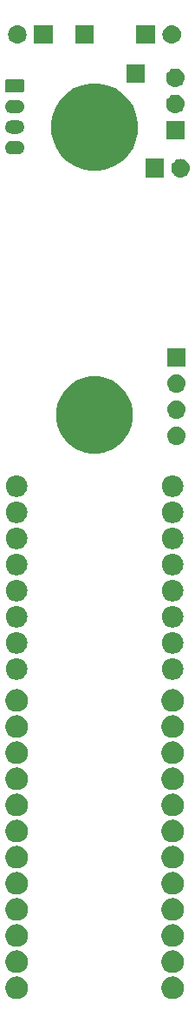
<source format=gbr>
G04 #@! TF.GenerationSoftware,KiCad,Pcbnew,5.1.2-f72e74a~84~ubuntu18.04.1*
G04 #@! TF.CreationDate,2019-08-30T12:47:12+08:00*
G04 #@! TF.ProjectId,handyfan,68616e64-7966-4616-9e2e-6b696361645f,rev?*
G04 #@! TF.SameCoordinates,Original*
G04 #@! TF.FileFunction,Soldermask,Bot*
G04 #@! TF.FilePolarity,Negative*
%FSLAX46Y46*%
G04 Gerber Fmt 4.6, Leading zero omitted, Abs format (unit mm)*
G04 Created by KiCad (PCBNEW 5.1.2-f72e74a~84~ubuntu18.04.1) date 2019-08-30 12:47:12*
%MOMM*%
%LPD*%
G04 APERTURE LIST*
%ADD10C,0.100000*%
G04 APERTURE END LIST*
D10*
G36*
X107834794Y-154620155D02*
G01*
X107941150Y-154641311D01*
X108141520Y-154724307D01*
X108321844Y-154844795D01*
X108475205Y-154998156D01*
X108595693Y-155178480D01*
X108678689Y-155378851D01*
X108721000Y-155591560D01*
X108721000Y-155808440D01*
X108678689Y-156021149D01*
X108595693Y-156221520D01*
X108475205Y-156401844D01*
X108321844Y-156555205D01*
X108141520Y-156675693D01*
X108041334Y-156717191D01*
X107941150Y-156758689D01*
X107834795Y-156779844D01*
X107728440Y-156801000D01*
X107511560Y-156801000D01*
X107405205Y-156779844D01*
X107298850Y-156758689D01*
X107198666Y-156717191D01*
X107098480Y-156675693D01*
X106918156Y-156555205D01*
X106764795Y-156401844D01*
X106644307Y-156221520D01*
X106561311Y-156021149D01*
X106519000Y-155808440D01*
X106519000Y-155591560D01*
X106561311Y-155378851D01*
X106644307Y-155178480D01*
X106764795Y-154998156D01*
X106918156Y-154844795D01*
X107098480Y-154724307D01*
X107298850Y-154641311D01*
X107405206Y-154620155D01*
X107511560Y-154599000D01*
X107728440Y-154599000D01*
X107834794Y-154620155D01*
X107834794Y-154620155D01*
G37*
G36*
X92594794Y-154620155D02*
G01*
X92701150Y-154641311D01*
X92901520Y-154724307D01*
X93081844Y-154844795D01*
X93235205Y-154998156D01*
X93355693Y-155178480D01*
X93438689Y-155378851D01*
X93481000Y-155591560D01*
X93481000Y-155808440D01*
X93438689Y-156021149D01*
X93355693Y-156221520D01*
X93235205Y-156401844D01*
X93081844Y-156555205D01*
X92901520Y-156675693D01*
X92801334Y-156717191D01*
X92701150Y-156758689D01*
X92594795Y-156779844D01*
X92488440Y-156801000D01*
X92271560Y-156801000D01*
X92165205Y-156779844D01*
X92058850Y-156758689D01*
X91958666Y-156717191D01*
X91858480Y-156675693D01*
X91678156Y-156555205D01*
X91524795Y-156401844D01*
X91404307Y-156221520D01*
X91321311Y-156021149D01*
X91279000Y-155808440D01*
X91279000Y-155591560D01*
X91321311Y-155378851D01*
X91404307Y-155178480D01*
X91524795Y-154998156D01*
X91678156Y-154844795D01*
X91858480Y-154724307D01*
X92058850Y-154641311D01*
X92165206Y-154620155D01*
X92271560Y-154599000D01*
X92488440Y-154599000D01*
X92594794Y-154620155D01*
X92594794Y-154620155D01*
G37*
G36*
X107834795Y-152080156D02*
G01*
X107941150Y-152101311D01*
X108041334Y-152142809D01*
X108141520Y-152184307D01*
X108321844Y-152304795D01*
X108475205Y-152458156D01*
X108595693Y-152638480D01*
X108678689Y-152838851D01*
X108721000Y-153051560D01*
X108721000Y-153268440D01*
X108678689Y-153481149D01*
X108595693Y-153681520D01*
X108475205Y-153861844D01*
X108321844Y-154015205D01*
X108141520Y-154135693D01*
X107941150Y-154218689D01*
X107834794Y-154239845D01*
X107728440Y-154261000D01*
X107511560Y-154261000D01*
X107405206Y-154239845D01*
X107298850Y-154218689D01*
X107098480Y-154135693D01*
X106918156Y-154015205D01*
X106764795Y-153861844D01*
X106644307Y-153681520D01*
X106561311Y-153481149D01*
X106519000Y-153268440D01*
X106519000Y-153051560D01*
X106561311Y-152838851D01*
X106644307Y-152638480D01*
X106764795Y-152458156D01*
X106918156Y-152304795D01*
X107098480Y-152184307D01*
X107198666Y-152142809D01*
X107298850Y-152101311D01*
X107405205Y-152080156D01*
X107511560Y-152059000D01*
X107728440Y-152059000D01*
X107834795Y-152080156D01*
X107834795Y-152080156D01*
G37*
G36*
X92594795Y-152080156D02*
G01*
X92701150Y-152101311D01*
X92801334Y-152142809D01*
X92901520Y-152184307D01*
X93081844Y-152304795D01*
X93235205Y-152458156D01*
X93355693Y-152638480D01*
X93438689Y-152838851D01*
X93481000Y-153051560D01*
X93481000Y-153268440D01*
X93438689Y-153481149D01*
X93355693Y-153681520D01*
X93235205Y-153861844D01*
X93081844Y-154015205D01*
X92901520Y-154135693D01*
X92701150Y-154218689D01*
X92594794Y-154239845D01*
X92488440Y-154261000D01*
X92271560Y-154261000D01*
X92165206Y-154239845D01*
X92058850Y-154218689D01*
X91858480Y-154135693D01*
X91678156Y-154015205D01*
X91524795Y-153861844D01*
X91404307Y-153681520D01*
X91321311Y-153481149D01*
X91279000Y-153268440D01*
X91279000Y-153051560D01*
X91321311Y-152838851D01*
X91404307Y-152638480D01*
X91524795Y-152458156D01*
X91678156Y-152304795D01*
X91858480Y-152184307D01*
X91958666Y-152142809D01*
X92058850Y-152101311D01*
X92165205Y-152080156D01*
X92271560Y-152059000D01*
X92488440Y-152059000D01*
X92594795Y-152080156D01*
X92594795Y-152080156D01*
G37*
G36*
X107834794Y-149540155D02*
G01*
X107941150Y-149561311D01*
X108141520Y-149644307D01*
X108321844Y-149764795D01*
X108475205Y-149918156D01*
X108595693Y-150098480D01*
X108678689Y-150298851D01*
X108721000Y-150511560D01*
X108721000Y-150728440D01*
X108678689Y-150941149D01*
X108595693Y-151141520D01*
X108475205Y-151321844D01*
X108321844Y-151475205D01*
X108141520Y-151595693D01*
X108041334Y-151637191D01*
X107941150Y-151678689D01*
X107834795Y-151699844D01*
X107728440Y-151721000D01*
X107511560Y-151721000D01*
X107405205Y-151699844D01*
X107298850Y-151678689D01*
X107198666Y-151637191D01*
X107098480Y-151595693D01*
X106918156Y-151475205D01*
X106764795Y-151321844D01*
X106644307Y-151141520D01*
X106561311Y-150941149D01*
X106519000Y-150728440D01*
X106519000Y-150511560D01*
X106561311Y-150298851D01*
X106644307Y-150098480D01*
X106764795Y-149918156D01*
X106918156Y-149764795D01*
X107098480Y-149644307D01*
X107298850Y-149561311D01*
X107405206Y-149540155D01*
X107511560Y-149519000D01*
X107728440Y-149519000D01*
X107834794Y-149540155D01*
X107834794Y-149540155D01*
G37*
G36*
X92594794Y-149540155D02*
G01*
X92701150Y-149561311D01*
X92901520Y-149644307D01*
X93081844Y-149764795D01*
X93235205Y-149918156D01*
X93355693Y-150098480D01*
X93438689Y-150298851D01*
X93481000Y-150511560D01*
X93481000Y-150728440D01*
X93438689Y-150941149D01*
X93355693Y-151141520D01*
X93235205Y-151321844D01*
X93081844Y-151475205D01*
X92901520Y-151595693D01*
X92801334Y-151637191D01*
X92701150Y-151678689D01*
X92594795Y-151699844D01*
X92488440Y-151721000D01*
X92271560Y-151721000D01*
X92165205Y-151699844D01*
X92058850Y-151678689D01*
X91958666Y-151637191D01*
X91858480Y-151595693D01*
X91678156Y-151475205D01*
X91524795Y-151321844D01*
X91404307Y-151141520D01*
X91321311Y-150941149D01*
X91279000Y-150728440D01*
X91279000Y-150511560D01*
X91321311Y-150298851D01*
X91404307Y-150098480D01*
X91524795Y-149918156D01*
X91678156Y-149764795D01*
X91858480Y-149644307D01*
X92058850Y-149561311D01*
X92165206Y-149540155D01*
X92271560Y-149519000D01*
X92488440Y-149519000D01*
X92594794Y-149540155D01*
X92594794Y-149540155D01*
G37*
G36*
X107834794Y-147000155D02*
G01*
X107941150Y-147021311D01*
X108041334Y-147062809D01*
X108141520Y-147104307D01*
X108321844Y-147224795D01*
X108475205Y-147378156D01*
X108595693Y-147558480D01*
X108678689Y-147758851D01*
X108721000Y-147971560D01*
X108721000Y-148188440D01*
X108678689Y-148401149D01*
X108595693Y-148601520D01*
X108475205Y-148781844D01*
X108321844Y-148935205D01*
X108141520Y-149055693D01*
X107941150Y-149138689D01*
X107834795Y-149159844D01*
X107728440Y-149181000D01*
X107511560Y-149181000D01*
X107405205Y-149159844D01*
X107298850Y-149138689D01*
X107098480Y-149055693D01*
X106918156Y-148935205D01*
X106764795Y-148781844D01*
X106644307Y-148601520D01*
X106561311Y-148401149D01*
X106519000Y-148188440D01*
X106519000Y-147971560D01*
X106561311Y-147758851D01*
X106644307Y-147558480D01*
X106764795Y-147378156D01*
X106918156Y-147224795D01*
X107098480Y-147104307D01*
X107198666Y-147062809D01*
X107298850Y-147021311D01*
X107405206Y-147000155D01*
X107511560Y-146979000D01*
X107728440Y-146979000D01*
X107834794Y-147000155D01*
X107834794Y-147000155D01*
G37*
G36*
X92594794Y-147000155D02*
G01*
X92701150Y-147021311D01*
X92801334Y-147062809D01*
X92901520Y-147104307D01*
X93081844Y-147224795D01*
X93235205Y-147378156D01*
X93355693Y-147558480D01*
X93438689Y-147758851D01*
X93481000Y-147971560D01*
X93481000Y-148188440D01*
X93438689Y-148401149D01*
X93355693Y-148601520D01*
X93235205Y-148781844D01*
X93081844Y-148935205D01*
X92901520Y-149055693D01*
X92701150Y-149138689D01*
X92594795Y-149159844D01*
X92488440Y-149181000D01*
X92271560Y-149181000D01*
X92165205Y-149159844D01*
X92058850Y-149138689D01*
X91858480Y-149055693D01*
X91678156Y-148935205D01*
X91524795Y-148781844D01*
X91404307Y-148601520D01*
X91321311Y-148401149D01*
X91279000Y-148188440D01*
X91279000Y-147971560D01*
X91321311Y-147758851D01*
X91404307Y-147558480D01*
X91524795Y-147378156D01*
X91678156Y-147224795D01*
X91858480Y-147104307D01*
X91958666Y-147062809D01*
X92058850Y-147021311D01*
X92165206Y-147000155D01*
X92271560Y-146979000D01*
X92488440Y-146979000D01*
X92594794Y-147000155D01*
X92594794Y-147000155D01*
G37*
G36*
X92594795Y-144460156D02*
G01*
X92701150Y-144481311D01*
X92901520Y-144564307D01*
X93081844Y-144684795D01*
X93235205Y-144838156D01*
X93355693Y-145018480D01*
X93438689Y-145218851D01*
X93481000Y-145431560D01*
X93481000Y-145648440D01*
X93438689Y-145861149D01*
X93355693Y-146061520D01*
X93235205Y-146241844D01*
X93081844Y-146395205D01*
X92901520Y-146515693D01*
X92801334Y-146557191D01*
X92701150Y-146598689D01*
X92594794Y-146619845D01*
X92488440Y-146641000D01*
X92271560Y-146641000D01*
X92165206Y-146619845D01*
X92058850Y-146598689D01*
X91958666Y-146557191D01*
X91858480Y-146515693D01*
X91678156Y-146395205D01*
X91524795Y-146241844D01*
X91404307Y-146061520D01*
X91321311Y-145861149D01*
X91279000Y-145648440D01*
X91279000Y-145431560D01*
X91321311Y-145218851D01*
X91404307Y-145018480D01*
X91524795Y-144838156D01*
X91678156Y-144684795D01*
X91858480Y-144564307D01*
X92058850Y-144481311D01*
X92165205Y-144460156D01*
X92271560Y-144439000D01*
X92488440Y-144439000D01*
X92594795Y-144460156D01*
X92594795Y-144460156D01*
G37*
G36*
X107834795Y-144460156D02*
G01*
X107941150Y-144481311D01*
X108141520Y-144564307D01*
X108321844Y-144684795D01*
X108475205Y-144838156D01*
X108595693Y-145018480D01*
X108678689Y-145218851D01*
X108721000Y-145431560D01*
X108721000Y-145648440D01*
X108678689Y-145861149D01*
X108595693Y-146061520D01*
X108475205Y-146241844D01*
X108321844Y-146395205D01*
X108141520Y-146515693D01*
X108041334Y-146557191D01*
X107941150Y-146598689D01*
X107834794Y-146619845D01*
X107728440Y-146641000D01*
X107511560Y-146641000D01*
X107405206Y-146619845D01*
X107298850Y-146598689D01*
X107198666Y-146557191D01*
X107098480Y-146515693D01*
X106918156Y-146395205D01*
X106764795Y-146241844D01*
X106644307Y-146061520D01*
X106561311Y-145861149D01*
X106519000Y-145648440D01*
X106519000Y-145431560D01*
X106561311Y-145218851D01*
X106644307Y-145018480D01*
X106764795Y-144838156D01*
X106918156Y-144684795D01*
X107098480Y-144564307D01*
X107298850Y-144481311D01*
X107405205Y-144460156D01*
X107511560Y-144439000D01*
X107728440Y-144439000D01*
X107834795Y-144460156D01*
X107834795Y-144460156D01*
G37*
G36*
X92594795Y-141920156D02*
G01*
X92701150Y-141941311D01*
X92901520Y-142024307D01*
X93081844Y-142144795D01*
X93235205Y-142298156D01*
X93355693Y-142478480D01*
X93438689Y-142678851D01*
X93481000Y-142891560D01*
X93481000Y-143108440D01*
X93438689Y-143321149D01*
X93355693Y-143521520D01*
X93235205Y-143701844D01*
X93081844Y-143855205D01*
X92901520Y-143975693D01*
X92701150Y-144058689D01*
X92594794Y-144079845D01*
X92488440Y-144101000D01*
X92271560Y-144101000D01*
X92165206Y-144079845D01*
X92058850Y-144058689D01*
X91858480Y-143975693D01*
X91678156Y-143855205D01*
X91524795Y-143701844D01*
X91404307Y-143521520D01*
X91321311Y-143321149D01*
X91279000Y-143108440D01*
X91279000Y-142891560D01*
X91321311Y-142678851D01*
X91404307Y-142478480D01*
X91524795Y-142298156D01*
X91678156Y-142144795D01*
X91858480Y-142024307D01*
X92058850Y-141941311D01*
X92165205Y-141920156D01*
X92271560Y-141899000D01*
X92488440Y-141899000D01*
X92594795Y-141920156D01*
X92594795Y-141920156D01*
G37*
G36*
X107834795Y-141920156D02*
G01*
X107941150Y-141941311D01*
X108141520Y-142024307D01*
X108321844Y-142144795D01*
X108475205Y-142298156D01*
X108595693Y-142478480D01*
X108678689Y-142678851D01*
X108721000Y-142891560D01*
X108721000Y-143108440D01*
X108678689Y-143321149D01*
X108595693Y-143521520D01*
X108475205Y-143701844D01*
X108321844Y-143855205D01*
X108141520Y-143975693D01*
X107941150Y-144058689D01*
X107834794Y-144079845D01*
X107728440Y-144101000D01*
X107511560Y-144101000D01*
X107405206Y-144079845D01*
X107298850Y-144058689D01*
X107098480Y-143975693D01*
X106918156Y-143855205D01*
X106764795Y-143701844D01*
X106644307Y-143521520D01*
X106561311Y-143321149D01*
X106519000Y-143108440D01*
X106519000Y-142891560D01*
X106561311Y-142678851D01*
X106644307Y-142478480D01*
X106764795Y-142298156D01*
X106918156Y-142144795D01*
X107098480Y-142024307D01*
X107298850Y-141941311D01*
X107405205Y-141920156D01*
X107511560Y-141899000D01*
X107728440Y-141899000D01*
X107834795Y-141920156D01*
X107834795Y-141920156D01*
G37*
G36*
X107834794Y-139380155D02*
G01*
X107941150Y-139401311D01*
X108141520Y-139484307D01*
X108321844Y-139604795D01*
X108475205Y-139758156D01*
X108595693Y-139938480D01*
X108678689Y-140138851D01*
X108721000Y-140351560D01*
X108721000Y-140568440D01*
X108678689Y-140781149D01*
X108595693Y-140981520D01*
X108475205Y-141161844D01*
X108321844Y-141315205D01*
X108141520Y-141435693D01*
X108041334Y-141477191D01*
X107941150Y-141518689D01*
X107834795Y-141539844D01*
X107728440Y-141561000D01*
X107511560Y-141561000D01*
X107405205Y-141539844D01*
X107298850Y-141518689D01*
X107198666Y-141477191D01*
X107098480Y-141435693D01*
X106918156Y-141315205D01*
X106764795Y-141161844D01*
X106644307Y-140981520D01*
X106561311Y-140781149D01*
X106519000Y-140568440D01*
X106519000Y-140351560D01*
X106561311Y-140138851D01*
X106644307Y-139938480D01*
X106764795Y-139758156D01*
X106918156Y-139604795D01*
X107098480Y-139484307D01*
X107298850Y-139401311D01*
X107405206Y-139380155D01*
X107511560Y-139359000D01*
X107728440Y-139359000D01*
X107834794Y-139380155D01*
X107834794Y-139380155D01*
G37*
G36*
X92594794Y-139380155D02*
G01*
X92701150Y-139401311D01*
X92901520Y-139484307D01*
X93081844Y-139604795D01*
X93235205Y-139758156D01*
X93355693Y-139938480D01*
X93438689Y-140138851D01*
X93481000Y-140351560D01*
X93481000Y-140568440D01*
X93438689Y-140781149D01*
X93355693Y-140981520D01*
X93235205Y-141161844D01*
X93081844Y-141315205D01*
X92901520Y-141435693D01*
X92801334Y-141477191D01*
X92701150Y-141518689D01*
X92594795Y-141539844D01*
X92488440Y-141561000D01*
X92271560Y-141561000D01*
X92165205Y-141539844D01*
X92058850Y-141518689D01*
X91958666Y-141477191D01*
X91858480Y-141435693D01*
X91678156Y-141315205D01*
X91524795Y-141161844D01*
X91404307Y-140981520D01*
X91321311Y-140781149D01*
X91279000Y-140568440D01*
X91279000Y-140351560D01*
X91321311Y-140138851D01*
X91404307Y-139938480D01*
X91524795Y-139758156D01*
X91678156Y-139604795D01*
X91858480Y-139484307D01*
X92058850Y-139401311D01*
X92165206Y-139380155D01*
X92271560Y-139359000D01*
X92488440Y-139359000D01*
X92594794Y-139380155D01*
X92594794Y-139380155D01*
G37*
G36*
X107834794Y-136840155D02*
G01*
X107941150Y-136861311D01*
X108041334Y-136902809D01*
X108141520Y-136944307D01*
X108321844Y-137064795D01*
X108475205Y-137218156D01*
X108595693Y-137398480D01*
X108678689Y-137598851D01*
X108721000Y-137811560D01*
X108721000Y-138028440D01*
X108678689Y-138241149D01*
X108595693Y-138441520D01*
X108475205Y-138621844D01*
X108321844Y-138775205D01*
X108141520Y-138895693D01*
X107941150Y-138978689D01*
X107834795Y-138999844D01*
X107728440Y-139021000D01*
X107511560Y-139021000D01*
X107405205Y-138999844D01*
X107298850Y-138978689D01*
X107098480Y-138895693D01*
X106918156Y-138775205D01*
X106764795Y-138621844D01*
X106644307Y-138441520D01*
X106561311Y-138241149D01*
X106519000Y-138028440D01*
X106519000Y-137811560D01*
X106561311Y-137598851D01*
X106644307Y-137398480D01*
X106764795Y-137218156D01*
X106918156Y-137064795D01*
X107098480Y-136944307D01*
X107198666Y-136902809D01*
X107298850Y-136861311D01*
X107405206Y-136840155D01*
X107511560Y-136819000D01*
X107728440Y-136819000D01*
X107834794Y-136840155D01*
X107834794Y-136840155D01*
G37*
G36*
X92594794Y-136840155D02*
G01*
X92701150Y-136861311D01*
X92801334Y-136902809D01*
X92901520Y-136944307D01*
X93081844Y-137064795D01*
X93235205Y-137218156D01*
X93355693Y-137398480D01*
X93438689Y-137598851D01*
X93481000Y-137811560D01*
X93481000Y-138028440D01*
X93438689Y-138241149D01*
X93355693Y-138441520D01*
X93235205Y-138621844D01*
X93081844Y-138775205D01*
X92901520Y-138895693D01*
X92701150Y-138978689D01*
X92594795Y-138999844D01*
X92488440Y-139021000D01*
X92271560Y-139021000D01*
X92165205Y-138999844D01*
X92058850Y-138978689D01*
X91858480Y-138895693D01*
X91678156Y-138775205D01*
X91524795Y-138621844D01*
X91404307Y-138441520D01*
X91321311Y-138241149D01*
X91279000Y-138028440D01*
X91279000Y-137811560D01*
X91321311Y-137598851D01*
X91404307Y-137398480D01*
X91524795Y-137218156D01*
X91678156Y-137064795D01*
X91858480Y-136944307D01*
X91958666Y-136902809D01*
X92058850Y-136861311D01*
X92165206Y-136840155D01*
X92271560Y-136819000D01*
X92488440Y-136819000D01*
X92594794Y-136840155D01*
X92594794Y-136840155D01*
G37*
G36*
X107834795Y-134300156D02*
G01*
X107941150Y-134321311D01*
X108141520Y-134404307D01*
X108321844Y-134524795D01*
X108475205Y-134678156D01*
X108595693Y-134858480D01*
X108678689Y-135058851D01*
X108721000Y-135271560D01*
X108721000Y-135488440D01*
X108678689Y-135701149D01*
X108595693Y-135901520D01*
X108475205Y-136081844D01*
X108321844Y-136235205D01*
X108141520Y-136355693D01*
X107941150Y-136438689D01*
X107834794Y-136459845D01*
X107728440Y-136481000D01*
X107511560Y-136481000D01*
X107405206Y-136459845D01*
X107298850Y-136438689D01*
X107098480Y-136355693D01*
X106918156Y-136235205D01*
X106764795Y-136081844D01*
X106644307Y-135901520D01*
X106561311Y-135701149D01*
X106519000Y-135488440D01*
X106519000Y-135271560D01*
X106561311Y-135058851D01*
X106644307Y-134858480D01*
X106764795Y-134678156D01*
X106918156Y-134524795D01*
X107098480Y-134404307D01*
X107298850Y-134321311D01*
X107405205Y-134300156D01*
X107511560Y-134279000D01*
X107728440Y-134279000D01*
X107834795Y-134300156D01*
X107834795Y-134300156D01*
G37*
G36*
X92594795Y-134300156D02*
G01*
X92701150Y-134321311D01*
X92901520Y-134404307D01*
X93081844Y-134524795D01*
X93235205Y-134678156D01*
X93355693Y-134858480D01*
X93438689Y-135058851D01*
X93481000Y-135271560D01*
X93481000Y-135488440D01*
X93438689Y-135701149D01*
X93355693Y-135901520D01*
X93235205Y-136081844D01*
X93081844Y-136235205D01*
X92901520Y-136355693D01*
X92701150Y-136438689D01*
X92594794Y-136459845D01*
X92488440Y-136481000D01*
X92271560Y-136481000D01*
X92165206Y-136459845D01*
X92058850Y-136438689D01*
X91858480Y-136355693D01*
X91678156Y-136235205D01*
X91524795Y-136081844D01*
X91404307Y-135901520D01*
X91321311Y-135701149D01*
X91279000Y-135488440D01*
X91279000Y-135271560D01*
X91321311Y-135058851D01*
X91404307Y-134858480D01*
X91524795Y-134678156D01*
X91678156Y-134524795D01*
X91858480Y-134404307D01*
X92058850Y-134321311D01*
X92165205Y-134300156D01*
X92271560Y-134279000D01*
X92488440Y-134279000D01*
X92594795Y-134300156D01*
X92594795Y-134300156D01*
G37*
G36*
X107834794Y-131760155D02*
G01*
X107941150Y-131781311D01*
X108141520Y-131864307D01*
X108321844Y-131984795D01*
X108475205Y-132138156D01*
X108595693Y-132318480D01*
X108678689Y-132518851D01*
X108721000Y-132731560D01*
X108721000Y-132948440D01*
X108678689Y-133161149D01*
X108595693Y-133361520D01*
X108475205Y-133541844D01*
X108321844Y-133695205D01*
X108141520Y-133815693D01*
X108041334Y-133857191D01*
X107941150Y-133898689D01*
X107834794Y-133919845D01*
X107728440Y-133941000D01*
X107511560Y-133941000D01*
X107405206Y-133919845D01*
X107298850Y-133898689D01*
X107198666Y-133857191D01*
X107098480Y-133815693D01*
X106918156Y-133695205D01*
X106764795Y-133541844D01*
X106644307Y-133361520D01*
X106561311Y-133161149D01*
X106519000Y-132948440D01*
X106519000Y-132731560D01*
X106561311Y-132518851D01*
X106644307Y-132318480D01*
X106764795Y-132138156D01*
X106918156Y-131984795D01*
X107098480Y-131864307D01*
X107298850Y-131781311D01*
X107405206Y-131760155D01*
X107511560Y-131739000D01*
X107728440Y-131739000D01*
X107834794Y-131760155D01*
X107834794Y-131760155D01*
G37*
G36*
X92594794Y-131760155D02*
G01*
X92701150Y-131781311D01*
X92901520Y-131864307D01*
X93081844Y-131984795D01*
X93235205Y-132138156D01*
X93355693Y-132318480D01*
X93438689Y-132518851D01*
X93481000Y-132731560D01*
X93481000Y-132948440D01*
X93438689Y-133161149D01*
X93355693Y-133361520D01*
X93235205Y-133541844D01*
X93081844Y-133695205D01*
X92901520Y-133815693D01*
X92801334Y-133857191D01*
X92701150Y-133898689D01*
X92594794Y-133919845D01*
X92488440Y-133941000D01*
X92271560Y-133941000D01*
X92165206Y-133919845D01*
X92058850Y-133898689D01*
X91958666Y-133857191D01*
X91858480Y-133815693D01*
X91678156Y-133695205D01*
X91524795Y-133541844D01*
X91404307Y-133361520D01*
X91321311Y-133161149D01*
X91279000Y-132948440D01*
X91279000Y-132731560D01*
X91321311Y-132518851D01*
X91404307Y-132318480D01*
X91524795Y-132138156D01*
X91678156Y-131984795D01*
X91858480Y-131864307D01*
X92058850Y-131781311D01*
X92165206Y-131760155D01*
X92271560Y-131739000D01*
X92488440Y-131739000D01*
X92594794Y-131760155D01*
X92594794Y-131760155D01*
G37*
G36*
X107834794Y-129220155D02*
G01*
X107941150Y-129241311D01*
X108041334Y-129282809D01*
X108141520Y-129324307D01*
X108321844Y-129444795D01*
X108475205Y-129598156D01*
X108595693Y-129778480D01*
X108678689Y-129978851D01*
X108721000Y-130191560D01*
X108721000Y-130408440D01*
X108678689Y-130621149D01*
X108595693Y-130821520D01*
X108475205Y-131001844D01*
X108321844Y-131155205D01*
X108141520Y-131275693D01*
X107941150Y-131358689D01*
X107834795Y-131379844D01*
X107728440Y-131401000D01*
X107511560Y-131401000D01*
X107405205Y-131379844D01*
X107298850Y-131358689D01*
X107098480Y-131275693D01*
X106918156Y-131155205D01*
X106764795Y-131001844D01*
X106644307Y-130821520D01*
X106561311Y-130621149D01*
X106519000Y-130408440D01*
X106519000Y-130191560D01*
X106561311Y-129978851D01*
X106644307Y-129778480D01*
X106764795Y-129598156D01*
X106918156Y-129444795D01*
X107098480Y-129324307D01*
X107198666Y-129282809D01*
X107298850Y-129241311D01*
X107405206Y-129220155D01*
X107511560Y-129199000D01*
X107728440Y-129199000D01*
X107834794Y-129220155D01*
X107834794Y-129220155D01*
G37*
G36*
X92594794Y-129220155D02*
G01*
X92701150Y-129241311D01*
X92801334Y-129282809D01*
X92901520Y-129324307D01*
X93081844Y-129444795D01*
X93235205Y-129598156D01*
X93355693Y-129778480D01*
X93438689Y-129978851D01*
X93481000Y-130191560D01*
X93481000Y-130408440D01*
X93438689Y-130621149D01*
X93355693Y-130821520D01*
X93235205Y-131001844D01*
X93081844Y-131155205D01*
X92901520Y-131275693D01*
X92701150Y-131358689D01*
X92594795Y-131379844D01*
X92488440Y-131401000D01*
X92271560Y-131401000D01*
X92165205Y-131379844D01*
X92058850Y-131358689D01*
X91858480Y-131275693D01*
X91678156Y-131155205D01*
X91524795Y-131001844D01*
X91404307Y-130821520D01*
X91321311Y-130621149D01*
X91279000Y-130408440D01*
X91279000Y-130191560D01*
X91321311Y-129978851D01*
X91404307Y-129778480D01*
X91524795Y-129598156D01*
X91678156Y-129444795D01*
X91858480Y-129324307D01*
X91958666Y-129282809D01*
X92058850Y-129241311D01*
X92165206Y-129220155D01*
X92271560Y-129199000D01*
X92488440Y-129199000D01*
X92594794Y-129220155D01*
X92594794Y-129220155D01*
G37*
G36*
X107834795Y-126680156D02*
G01*
X107941150Y-126701311D01*
X108141520Y-126784307D01*
X108321844Y-126904795D01*
X108475205Y-127058156D01*
X108595693Y-127238480D01*
X108678689Y-127438851D01*
X108721000Y-127651560D01*
X108721000Y-127868440D01*
X108678689Y-128081149D01*
X108595693Y-128281520D01*
X108475205Y-128461844D01*
X108321844Y-128615205D01*
X108141520Y-128735693D01*
X107941150Y-128818689D01*
X107834794Y-128839845D01*
X107728440Y-128861000D01*
X107511560Y-128861000D01*
X107405206Y-128839845D01*
X107298850Y-128818689D01*
X107098480Y-128735693D01*
X106918156Y-128615205D01*
X106764795Y-128461844D01*
X106644307Y-128281520D01*
X106561311Y-128081149D01*
X106519000Y-127868440D01*
X106519000Y-127651560D01*
X106561311Y-127438851D01*
X106644307Y-127238480D01*
X106764795Y-127058156D01*
X106918156Y-126904795D01*
X107098480Y-126784307D01*
X107298850Y-126701311D01*
X107405205Y-126680156D01*
X107511560Y-126659000D01*
X107728440Y-126659000D01*
X107834795Y-126680156D01*
X107834795Y-126680156D01*
G37*
G36*
X92594795Y-126680156D02*
G01*
X92701150Y-126701311D01*
X92901520Y-126784307D01*
X93081844Y-126904795D01*
X93235205Y-127058156D01*
X93355693Y-127238480D01*
X93438689Y-127438851D01*
X93481000Y-127651560D01*
X93481000Y-127868440D01*
X93438689Y-128081149D01*
X93355693Y-128281520D01*
X93235205Y-128461844D01*
X93081844Y-128615205D01*
X92901520Y-128735693D01*
X92701150Y-128818689D01*
X92594794Y-128839845D01*
X92488440Y-128861000D01*
X92271560Y-128861000D01*
X92165206Y-128839845D01*
X92058850Y-128818689D01*
X91858480Y-128735693D01*
X91678156Y-128615205D01*
X91524795Y-128461844D01*
X91404307Y-128281520D01*
X91321311Y-128081149D01*
X91279000Y-127868440D01*
X91279000Y-127651560D01*
X91321311Y-127438851D01*
X91404307Y-127238480D01*
X91524795Y-127058156D01*
X91678156Y-126904795D01*
X91858480Y-126784307D01*
X92058850Y-126701311D01*
X92165205Y-126680156D01*
X92271560Y-126659000D01*
X92488440Y-126659000D01*
X92594795Y-126680156D01*
X92594795Y-126680156D01*
G37*
G36*
X92483097Y-123654069D02*
G01*
X92586032Y-123664207D01*
X92784146Y-123724305D01*
X92784149Y-123724306D01*
X92880975Y-123776061D01*
X92966729Y-123821897D01*
X93126765Y-123953235D01*
X93258103Y-124113271D01*
X93303939Y-124199025D01*
X93355694Y-124295851D01*
X93355695Y-124295854D01*
X93415793Y-124493968D01*
X93436085Y-124700000D01*
X93415793Y-124906032D01*
X93355695Y-125104146D01*
X93355694Y-125104149D01*
X93303939Y-125200975D01*
X93258103Y-125286729D01*
X93126765Y-125446765D01*
X92966729Y-125578103D01*
X92880975Y-125623939D01*
X92784149Y-125675694D01*
X92784146Y-125675695D01*
X92586032Y-125735793D01*
X92483097Y-125745931D01*
X92431631Y-125751000D01*
X92328369Y-125751000D01*
X92276903Y-125745931D01*
X92173968Y-125735793D01*
X91975854Y-125675695D01*
X91975851Y-125675694D01*
X91879025Y-125623939D01*
X91793271Y-125578103D01*
X91633235Y-125446765D01*
X91501897Y-125286729D01*
X91456061Y-125200975D01*
X91404306Y-125104149D01*
X91404305Y-125104146D01*
X91344207Y-124906032D01*
X91323915Y-124700000D01*
X91344207Y-124493968D01*
X91404305Y-124295854D01*
X91404306Y-124295851D01*
X91456061Y-124199025D01*
X91501897Y-124113271D01*
X91633235Y-123953235D01*
X91793271Y-123821897D01*
X91879025Y-123776061D01*
X91975851Y-123724306D01*
X91975854Y-123724305D01*
X92173968Y-123664207D01*
X92276903Y-123654069D01*
X92328369Y-123649000D01*
X92431631Y-123649000D01*
X92483097Y-123654069D01*
X92483097Y-123654069D01*
G37*
G36*
X107723097Y-123654069D02*
G01*
X107826032Y-123664207D01*
X108024146Y-123724305D01*
X108024149Y-123724306D01*
X108120975Y-123776061D01*
X108206729Y-123821897D01*
X108366765Y-123953235D01*
X108498103Y-124113271D01*
X108543939Y-124199025D01*
X108595694Y-124295851D01*
X108595695Y-124295854D01*
X108655793Y-124493968D01*
X108676085Y-124700000D01*
X108655793Y-124906032D01*
X108595695Y-125104146D01*
X108595694Y-125104149D01*
X108543939Y-125200975D01*
X108498103Y-125286729D01*
X108366765Y-125446765D01*
X108206729Y-125578103D01*
X108120975Y-125623939D01*
X108024149Y-125675694D01*
X108024146Y-125675695D01*
X107826032Y-125735793D01*
X107723097Y-125745931D01*
X107671631Y-125751000D01*
X107568369Y-125751000D01*
X107516903Y-125745931D01*
X107413968Y-125735793D01*
X107215854Y-125675695D01*
X107215851Y-125675694D01*
X107119025Y-125623939D01*
X107033271Y-125578103D01*
X106873235Y-125446765D01*
X106741897Y-125286729D01*
X106696061Y-125200975D01*
X106644306Y-125104149D01*
X106644305Y-125104146D01*
X106584207Y-124906032D01*
X106563915Y-124700000D01*
X106584207Y-124493968D01*
X106644305Y-124295854D01*
X106644306Y-124295851D01*
X106696061Y-124199025D01*
X106741897Y-124113271D01*
X106873235Y-123953235D01*
X107033271Y-123821897D01*
X107119025Y-123776061D01*
X107215851Y-123724306D01*
X107215854Y-123724305D01*
X107413968Y-123664207D01*
X107516903Y-123654069D01*
X107568369Y-123649000D01*
X107671631Y-123649000D01*
X107723097Y-123654069D01*
X107723097Y-123654069D01*
G37*
G36*
X107723097Y-121114069D02*
G01*
X107826032Y-121124207D01*
X108024146Y-121184305D01*
X108024149Y-121184306D01*
X108120975Y-121236061D01*
X108206729Y-121281897D01*
X108366765Y-121413235D01*
X108498103Y-121573271D01*
X108543939Y-121659025D01*
X108595694Y-121755851D01*
X108595695Y-121755854D01*
X108655793Y-121953968D01*
X108676085Y-122160000D01*
X108655793Y-122366032D01*
X108595695Y-122564146D01*
X108595694Y-122564149D01*
X108543939Y-122660975D01*
X108498103Y-122746729D01*
X108366765Y-122906765D01*
X108206729Y-123038103D01*
X108120975Y-123083939D01*
X108024149Y-123135694D01*
X108024146Y-123135695D01*
X107826032Y-123195793D01*
X107723097Y-123205931D01*
X107671631Y-123211000D01*
X107568369Y-123211000D01*
X107516903Y-123205931D01*
X107413968Y-123195793D01*
X107215854Y-123135695D01*
X107215851Y-123135694D01*
X107119025Y-123083939D01*
X107033271Y-123038103D01*
X106873235Y-122906765D01*
X106741897Y-122746729D01*
X106696061Y-122660975D01*
X106644306Y-122564149D01*
X106644305Y-122564146D01*
X106584207Y-122366032D01*
X106563915Y-122160000D01*
X106584207Y-121953968D01*
X106644305Y-121755854D01*
X106644306Y-121755851D01*
X106696061Y-121659025D01*
X106741897Y-121573271D01*
X106873235Y-121413235D01*
X107033271Y-121281897D01*
X107119025Y-121236061D01*
X107215851Y-121184306D01*
X107215854Y-121184305D01*
X107413968Y-121124207D01*
X107516903Y-121114069D01*
X107568369Y-121109000D01*
X107671631Y-121109000D01*
X107723097Y-121114069D01*
X107723097Y-121114069D01*
G37*
G36*
X92483097Y-121114069D02*
G01*
X92586032Y-121124207D01*
X92784146Y-121184305D01*
X92784149Y-121184306D01*
X92880975Y-121236061D01*
X92966729Y-121281897D01*
X93126765Y-121413235D01*
X93258103Y-121573271D01*
X93303939Y-121659025D01*
X93355694Y-121755851D01*
X93355695Y-121755854D01*
X93415793Y-121953968D01*
X93436085Y-122160000D01*
X93415793Y-122366032D01*
X93355695Y-122564146D01*
X93355694Y-122564149D01*
X93303939Y-122660975D01*
X93258103Y-122746729D01*
X93126765Y-122906765D01*
X92966729Y-123038103D01*
X92880975Y-123083939D01*
X92784149Y-123135694D01*
X92784146Y-123135695D01*
X92586032Y-123195793D01*
X92483097Y-123205931D01*
X92431631Y-123211000D01*
X92328369Y-123211000D01*
X92276903Y-123205931D01*
X92173968Y-123195793D01*
X91975854Y-123135695D01*
X91975851Y-123135694D01*
X91879025Y-123083939D01*
X91793271Y-123038103D01*
X91633235Y-122906765D01*
X91501897Y-122746729D01*
X91456061Y-122660975D01*
X91404306Y-122564149D01*
X91404305Y-122564146D01*
X91344207Y-122366032D01*
X91323915Y-122160000D01*
X91344207Y-121953968D01*
X91404305Y-121755854D01*
X91404306Y-121755851D01*
X91456061Y-121659025D01*
X91501897Y-121573271D01*
X91633235Y-121413235D01*
X91793271Y-121281897D01*
X91879025Y-121236061D01*
X91975851Y-121184306D01*
X91975854Y-121184305D01*
X92173968Y-121124207D01*
X92276903Y-121114069D01*
X92328369Y-121109000D01*
X92431631Y-121109000D01*
X92483097Y-121114069D01*
X92483097Y-121114069D01*
G37*
G36*
X92483097Y-118574069D02*
G01*
X92586032Y-118584207D01*
X92784146Y-118644305D01*
X92784149Y-118644306D01*
X92880975Y-118696061D01*
X92966729Y-118741897D01*
X93126765Y-118873235D01*
X93258103Y-119033271D01*
X93303939Y-119119025D01*
X93355694Y-119215851D01*
X93355695Y-119215854D01*
X93415793Y-119413968D01*
X93436085Y-119620000D01*
X93415793Y-119826032D01*
X93355695Y-120024146D01*
X93355694Y-120024149D01*
X93303939Y-120120975D01*
X93258103Y-120206729D01*
X93126765Y-120366765D01*
X92966729Y-120498103D01*
X92880975Y-120543939D01*
X92784149Y-120595694D01*
X92784146Y-120595695D01*
X92586032Y-120655793D01*
X92483097Y-120665931D01*
X92431631Y-120671000D01*
X92328369Y-120671000D01*
X92276903Y-120665931D01*
X92173968Y-120655793D01*
X91975854Y-120595695D01*
X91975851Y-120595694D01*
X91879025Y-120543939D01*
X91793271Y-120498103D01*
X91633235Y-120366765D01*
X91501897Y-120206729D01*
X91456061Y-120120975D01*
X91404306Y-120024149D01*
X91404305Y-120024146D01*
X91344207Y-119826032D01*
X91323915Y-119620000D01*
X91344207Y-119413968D01*
X91404305Y-119215854D01*
X91404306Y-119215851D01*
X91456061Y-119119025D01*
X91501897Y-119033271D01*
X91633235Y-118873235D01*
X91793271Y-118741897D01*
X91879025Y-118696061D01*
X91975851Y-118644306D01*
X91975854Y-118644305D01*
X92173968Y-118584207D01*
X92276903Y-118574069D01*
X92328369Y-118569000D01*
X92431631Y-118569000D01*
X92483097Y-118574069D01*
X92483097Y-118574069D01*
G37*
G36*
X107723097Y-118574069D02*
G01*
X107826032Y-118584207D01*
X108024146Y-118644305D01*
X108024149Y-118644306D01*
X108120975Y-118696061D01*
X108206729Y-118741897D01*
X108366765Y-118873235D01*
X108498103Y-119033271D01*
X108543939Y-119119025D01*
X108595694Y-119215851D01*
X108595695Y-119215854D01*
X108655793Y-119413968D01*
X108676085Y-119620000D01*
X108655793Y-119826032D01*
X108595695Y-120024146D01*
X108595694Y-120024149D01*
X108543939Y-120120975D01*
X108498103Y-120206729D01*
X108366765Y-120366765D01*
X108206729Y-120498103D01*
X108120975Y-120543939D01*
X108024149Y-120595694D01*
X108024146Y-120595695D01*
X107826032Y-120655793D01*
X107723097Y-120665931D01*
X107671631Y-120671000D01*
X107568369Y-120671000D01*
X107516903Y-120665931D01*
X107413968Y-120655793D01*
X107215854Y-120595695D01*
X107215851Y-120595694D01*
X107119025Y-120543939D01*
X107033271Y-120498103D01*
X106873235Y-120366765D01*
X106741897Y-120206729D01*
X106696061Y-120120975D01*
X106644306Y-120024149D01*
X106644305Y-120024146D01*
X106584207Y-119826032D01*
X106563915Y-119620000D01*
X106584207Y-119413968D01*
X106644305Y-119215854D01*
X106644306Y-119215851D01*
X106696061Y-119119025D01*
X106741897Y-119033271D01*
X106873235Y-118873235D01*
X107033271Y-118741897D01*
X107119025Y-118696061D01*
X107215851Y-118644306D01*
X107215854Y-118644305D01*
X107413968Y-118584207D01*
X107516903Y-118574069D01*
X107568369Y-118569000D01*
X107671631Y-118569000D01*
X107723097Y-118574069D01*
X107723097Y-118574069D01*
G37*
G36*
X107723097Y-116034069D02*
G01*
X107826032Y-116044207D01*
X108024146Y-116104305D01*
X108024149Y-116104306D01*
X108120975Y-116156061D01*
X108206729Y-116201897D01*
X108366765Y-116333235D01*
X108498103Y-116493271D01*
X108543939Y-116579025D01*
X108595694Y-116675851D01*
X108595695Y-116675854D01*
X108655793Y-116873968D01*
X108676085Y-117080000D01*
X108655793Y-117286032D01*
X108595695Y-117484146D01*
X108595694Y-117484149D01*
X108543939Y-117580975D01*
X108498103Y-117666729D01*
X108366765Y-117826765D01*
X108206729Y-117958103D01*
X108120975Y-118003939D01*
X108024149Y-118055694D01*
X108024146Y-118055695D01*
X107826032Y-118115793D01*
X107723097Y-118125931D01*
X107671631Y-118131000D01*
X107568369Y-118131000D01*
X107516903Y-118125931D01*
X107413968Y-118115793D01*
X107215854Y-118055695D01*
X107215851Y-118055694D01*
X107119025Y-118003939D01*
X107033271Y-117958103D01*
X106873235Y-117826765D01*
X106741897Y-117666729D01*
X106696061Y-117580975D01*
X106644306Y-117484149D01*
X106644305Y-117484146D01*
X106584207Y-117286032D01*
X106563915Y-117080000D01*
X106584207Y-116873968D01*
X106644305Y-116675854D01*
X106644306Y-116675851D01*
X106696061Y-116579025D01*
X106741897Y-116493271D01*
X106873235Y-116333235D01*
X107033271Y-116201897D01*
X107119025Y-116156061D01*
X107215851Y-116104306D01*
X107215854Y-116104305D01*
X107413968Y-116044207D01*
X107516903Y-116034069D01*
X107568369Y-116029000D01*
X107671631Y-116029000D01*
X107723097Y-116034069D01*
X107723097Y-116034069D01*
G37*
G36*
X92483097Y-116034069D02*
G01*
X92586032Y-116044207D01*
X92784146Y-116104305D01*
X92784149Y-116104306D01*
X92880975Y-116156061D01*
X92966729Y-116201897D01*
X93126765Y-116333235D01*
X93258103Y-116493271D01*
X93303939Y-116579025D01*
X93355694Y-116675851D01*
X93355695Y-116675854D01*
X93415793Y-116873968D01*
X93436085Y-117080000D01*
X93415793Y-117286032D01*
X93355695Y-117484146D01*
X93355694Y-117484149D01*
X93303939Y-117580975D01*
X93258103Y-117666729D01*
X93126765Y-117826765D01*
X92966729Y-117958103D01*
X92880975Y-118003939D01*
X92784149Y-118055694D01*
X92784146Y-118055695D01*
X92586032Y-118115793D01*
X92483097Y-118125931D01*
X92431631Y-118131000D01*
X92328369Y-118131000D01*
X92276903Y-118125931D01*
X92173968Y-118115793D01*
X91975854Y-118055695D01*
X91975851Y-118055694D01*
X91879025Y-118003939D01*
X91793271Y-117958103D01*
X91633235Y-117826765D01*
X91501897Y-117666729D01*
X91456061Y-117580975D01*
X91404306Y-117484149D01*
X91404305Y-117484146D01*
X91344207Y-117286032D01*
X91323915Y-117080000D01*
X91344207Y-116873968D01*
X91404305Y-116675854D01*
X91404306Y-116675851D01*
X91456061Y-116579025D01*
X91501897Y-116493271D01*
X91633235Y-116333235D01*
X91793271Y-116201897D01*
X91879025Y-116156061D01*
X91975851Y-116104306D01*
X91975854Y-116104305D01*
X92173968Y-116044207D01*
X92276903Y-116034069D01*
X92328369Y-116029000D01*
X92431631Y-116029000D01*
X92483097Y-116034069D01*
X92483097Y-116034069D01*
G37*
G36*
X107723097Y-113494069D02*
G01*
X107826032Y-113504207D01*
X108024146Y-113564305D01*
X108024149Y-113564306D01*
X108120975Y-113616061D01*
X108206729Y-113661897D01*
X108366765Y-113793235D01*
X108498103Y-113953271D01*
X108543939Y-114039025D01*
X108595694Y-114135851D01*
X108595695Y-114135854D01*
X108655793Y-114333968D01*
X108676085Y-114540000D01*
X108655793Y-114746032D01*
X108595695Y-114944146D01*
X108595694Y-114944149D01*
X108543939Y-115040975D01*
X108498103Y-115126729D01*
X108366765Y-115286765D01*
X108206729Y-115418103D01*
X108120975Y-115463939D01*
X108024149Y-115515694D01*
X108024146Y-115515695D01*
X107826032Y-115575793D01*
X107723097Y-115585931D01*
X107671631Y-115591000D01*
X107568369Y-115591000D01*
X107516903Y-115585931D01*
X107413968Y-115575793D01*
X107215854Y-115515695D01*
X107215851Y-115515694D01*
X107119025Y-115463939D01*
X107033271Y-115418103D01*
X106873235Y-115286765D01*
X106741897Y-115126729D01*
X106696061Y-115040975D01*
X106644306Y-114944149D01*
X106644305Y-114944146D01*
X106584207Y-114746032D01*
X106563915Y-114540000D01*
X106584207Y-114333968D01*
X106644305Y-114135854D01*
X106644306Y-114135851D01*
X106696061Y-114039025D01*
X106741897Y-113953271D01*
X106873235Y-113793235D01*
X107033271Y-113661897D01*
X107119025Y-113616061D01*
X107215851Y-113564306D01*
X107215854Y-113564305D01*
X107413968Y-113504207D01*
X107516903Y-113494069D01*
X107568369Y-113489000D01*
X107671631Y-113489000D01*
X107723097Y-113494069D01*
X107723097Y-113494069D01*
G37*
G36*
X92483097Y-113494069D02*
G01*
X92586032Y-113504207D01*
X92784146Y-113564305D01*
X92784149Y-113564306D01*
X92880975Y-113616061D01*
X92966729Y-113661897D01*
X93126765Y-113793235D01*
X93258103Y-113953271D01*
X93303939Y-114039025D01*
X93355694Y-114135851D01*
X93355695Y-114135854D01*
X93415793Y-114333968D01*
X93436085Y-114540000D01*
X93415793Y-114746032D01*
X93355695Y-114944146D01*
X93355694Y-114944149D01*
X93303939Y-115040975D01*
X93258103Y-115126729D01*
X93126765Y-115286765D01*
X92966729Y-115418103D01*
X92880975Y-115463939D01*
X92784149Y-115515694D01*
X92784146Y-115515695D01*
X92586032Y-115575793D01*
X92483097Y-115585931D01*
X92431631Y-115591000D01*
X92328369Y-115591000D01*
X92276903Y-115585931D01*
X92173968Y-115575793D01*
X91975854Y-115515695D01*
X91975851Y-115515694D01*
X91879025Y-115463939D01*
X91793271Y-115418103D01*
X91633235Y-115286765D01*
X91501897Y-115126729D01*
X91456061Y-115040975D01*
X91404306Y-114944149D01*
X91404305Y-114944146D01*
X91344207Y-114746032D01*
X91323915Y-114540000D01*
X91344207Y-114333968D01*
X91404305Y-114135854D01*
X91404306Y-114135851D01*
X91456061Y-114039025D01*
X91501897Y-113953271D01*
X91633235Y-113793235D01*
X91793271Y-113661897D01*
X91879025Y-113616061D01*
X91975851Y-113564306D01*
X91975854Y-113564305D01*
X92173968Y-113504207D01*
X92276903Y-113494069D01*
X92328369Y-113489000D01*
X92431631Y-113489000D01*
X92483097Y-113494069D01*
X92483097Y-113494069D01*
G37*
G36*
X107723097Y-110954069D02*
G01*
X107826032Y-110964207D01*
X108024146Y-111024305D01*
X108024149Y-111024306D01*
X108120975Y-111076061D01*
X108206729Y-111121897D01*
X108366765Y-111253235D01*
X108498103Y-111413271D01*
X108543939Y-111499025D01*
X108595694Y-111595851D01*
X108595695Y-111595854D01*
X108655793Y-111793968D01*
X108676085Y-112000000D01*
X108655793Y-112206032D01*
X108595695Y-112404146D01*
X108595694Y-112404149D01*
X108543939Y-112500975D01*
X108498103Y-112586729D01*
X108366765Y-112746765D01*
X108206729Y-112878103D01*
X108120975Y-112923939D01*
X108024149Y-112975694D01*
X108024146Y-112975695D01*
X107826032Y-113035793D01*
X107723097Y-113045931D01*
X107671631Y-113051000D01*
X107568369Y-113051000D01*
X107516903Y-113045931D01*
X107413968Y-113035793D01*
X107215854Y-112975695D01*
X107215851Y-112975694D01*
X107119025Y-112923939D01*
X107033271Y-112878103D01*
X106873235Y-112746765D01*
X106741897Y-112586729D01*
X106696061Y-112500975D01*
X106644306Y-112404149D01*
X106644305Y-112404146D01*
X106584207Y-112206032D01*
X106563915Y-112000000D01*
X106584207Y-111793968D01*
X106644305Y-111595854D01*
X106644306Y-111595851D01*
X106696061Y-111499025D01*
X106741897Y-111413271D01*
X106873235Y-111253235D01*
X107033271Y-111121897D01*
X107119025Y-111076061D01*
X107215851Y-111024306D01*
X107215854Y-111024305D01*
X107413968Y-110964207D01*
X107516903Y-110954069D01*
X107568369Y-110949000D01*
X107671631Y-110949000D01*
X107723097Y-110954069D01*
X107723097Y-110954069D01*
G37*
G36*
X92483097Y-110954069D02*
G01*
X92586032Y-110964207D01*
X92784146Y-111024305D01*
X92784149Y-111024306D01*
X92880975Y-111076061D01*
X92966729Y-111121897D01*
X93126765Y-111253235D01*
X93258103Y-111413271D01*
X93303939Y-111499025D01*
X93355694Y-111595851D01*
X93355695Y-111595854D01*
X93415793Y-111793968D01*
X93436085Y-112000000D01*
X93415793Y-112206032D01*
X93355695Y-112404146D01*
X93355694Y-112404149D01*
X93303939Y-112500975D01*
X93258103Y-112586729D01*
X93126765Y-112746765D01*
X92966729Y-112878103D01*
X92880975Y-112923939D01*
X92784149Y-112975694D01*
X92784146Y-112975695D01*
X92586032Y-113035793D01*
X92483097Y-113045931D01*
X92431631Y-113051000D01*
X92328369Y-113051000D01*
X92276903Y-113045931D01*
X92173968Y-113035793D01*
X91975854Y-112975695D01*
X91975851Y-112975694D01*
X91879025Y-112923939D01*
X91793271Y-112878103D01*
X91633235Y-112746765D01*
X91501897Y-112586729D01*
X91456061Y-112500975D01*
X91404306Y-112404149D01*
X91404305Y-112404146D01*
X91344207Y-112206032D01*
X91323915Y-112000000D01*
X91344207Y-111793968D01*
X91404305Y-111595854D01*
X91404306Y-111595851D01*
X91456061Y-111499025D01*
X91501897Y-111413271D01*
X91633235Y-111253235D01*
X91793271Y-111121897D01*
X91879025Y-111076061D01*
X91975851Y-111024306D01*
X91975854Y-111024305D01*
X92173968Y-110964207D01*
X92276903Y-110954069D01*
X92328369Y-110949000D01*
X92431631Y-110949000D01*
X92483097Y-110954069D01*
X92483097Y-110954069D01*
G37*
G36*
X92483097Y-108414069D02*
G01*
X92586032Y-108424207D01*
X92784146Y-108484305D01*
X92784149Y-108484306D01*
X92880975Y-108536061D01*
X92966729Y-108581897D01*
X93126765Y-108713235D01*
X93258103Y-108873271D01*
X93303939Y-108959025D01*
X93355694Y-109055851D01*
X93355695Y-109055854D01*
X93415793Y-109253968D01*
X93436085Y-109460000D01*
X93415793Y-109666032D01*
X93355695Y-109864146D01*
X93355694Y-109864149D01*
X93303939Y-109960975D01*
X93258103Y-110046729D01*
X93126765Y-110206765D01*
X92966729Y-110338103D01*
X92880975Y-110383939D01*
X92784149Y-110435694D01*
X92784146Y-110435695D01*
X92586032Y-110495793D01*
X92483097Y-110505931D01*
X92431631Y-110511000D01*
X92328369Y-110511000D01*
X92276903Y-110505931D01*
X92173968Y-110495793D01*
X91975854Y-110435695D01*
X91975851Y-110435694D01*
X91879025Y-110383939D01*
X91793271Y-110338103D01*
X91633235Y-110206765D01*
X91501897Y-110046729D01*
X91456061Y-109960975D01*
X91404306Y-109864149D01*
X91404305Y-109864146D01*
X91344207Y-109666032D01*
X91323915Y-109460000D01*
X91344207Y-109253968D01*
X91404305Y-109055854D01*
X91404306Y-109055851D01*
X91456061Y-108959025D01*
X91501897Y-108873271D01*
X91633235Y-108713235D01*
X91793271Y-108581897D01*
X91879025Y-108536061D01*
X91975851Y-108484306D01*
X91975854Y-108484305D01*
X92173968Y-108424207D01*
X92276903Y-108414069D01*
X92328369Y-108409000D01*
X92431631Y-108409000D01*
X92483097Y-108414069D01*
X92483097Y-108414069D01*
G37*
G36*
X107723097Y-108414069D02*
G01*
X107826032Y-108424207D01*
X108024146Y-108484305D01*
X108024149Y-108484306D01*
X108120975Y-108536061D01*
X108206729Y-108581897D01*
X108366765Y-108713235D01*
X108498103Y-108873271D01*
X108543939Y-108959025D01*
X108595694Y-109055851D01*
X108595695Y-109055854D01*
X108655793Y-109253968D01*
X108676085Y-109460000D01*
X108655793Y-109666032D01*
X108595695Y-109864146D01*
X108595694Y-109864149D01*
X108543939Y-109960975D01*
X108498103Y-110046729D01*
X108366765Y-110206765D01*
X108206729Y-110338103D01*
X108120975Y-110383939D01*
X108024149Y-110435694D01*
X108024146Y-110435695D01*
X107826032Y-110495793D01*
X107723097Y-110505931D01*
X107671631Y-110511000D01*
X107568369Y-110511000D01*
X107516903Y-110505931D01*
X107413968Y-110495793D01*
X107215854Y-110435695D01*
X107215851Y-110435694D01*
X107119025Y-110383939D01*
X107033271Y-110338103D01*
X106873235Y-110206765D01*
X106741897Y-110046729D01*
X106696061Y-109960975D01*
X106644306Y-109864149D01*
X106644305Y-109864146D01*
X106584207Y-109666032D01*
X106563915Y-109460000D01*
X106584207Y-109253968D01*
X106644305Y-109055854D01*
X106644306Y-109055851D01*
X106696061Y-108959025D01*
X106741897Y-108873271D01*
X106873235Y-108713235D01*
X107033271Y-108581897D01*
X107119025Y-108536061D01*
X107215851Y-108484306D01*
X107215854Y-108484305D01*
X107413968Y-108424207D01*
X107516903Y-108414069D01*
X107568369Y-108409000D01*
X107671631Y-108409000D01*
X107723097Y-108414069D01*
X107723097Y-108414069D01*
G37*
G36*
X107723097Y-105874069D02*
G01*
X107826032Y-105884207D01*
X108024146Y-105944305D01*
X108024149Y-105944306D01*
X108120975Y-105996061D01*
X108206729Y-106041897D01*
X108366765Y-106173235D01*
X108498103Y-106333271D01*
X108543939Y-106419025D01*
X108595694Y-106515851D01*
X108595695Y-106515854D01*
X108655793Y-106713968D01*
X108676085Y-106920000D01*
X108655793Y-107126032D01*
X108595695Y-107324146D01*
X108595694Y-107324149D01*
X108543939Y-107420975D01*
X108498103Y-107506729D01*
X108366765Y-107666765D01*
X108206729Y-107798103D01*
X108120975Y-107843939D01*
X108024149Y-107895694D01*
X108024146Y-107895695D01*
X107826032Y-107955793D01*
X107723097Y-107965931D01*
X107671631Y-107971000D01*
X107568369Y-107971000D01*
X107516903Y-107965931D01*
X107413968Y-107955793D01*
X107215854Y-107895695D01*
X107215851Y-107895694D01*
X107119025Y-107843939D01*
X107033271Y-107798103D01*
X106873235Y-107666765D01*
X106741897Y-107506729D01*
X106696061Y-107420975D01*
X106644306Y-107324149D01*
X106644305Y-107324146D01*
X106584207Y-107126032D01*
X106563915Y-106920000D01*
X106584207Y-106713968D01*
X106644305Y-106515854D01*
X106644306Y-106515851D01*
X106696061Y-106419025D01*
X106741897Y-106333271D01*
X106873235Y-106173235D01*
X107033271Y-106041897D01*
X107119025Y-105996061D01*
X107215851Y-105944306D01*
X107215854Y-105944305D01*
X107413968Y-105884207D01*
X107516903Y-105874069D01*
X107568369Y-105869000D01*
X107671631Y-105869000D01*
X107723097Y-105874069D01*
X107723097Y-105874069D01*
G37*
G36*
X92483097Y-105874069D02*
G01*
X92586032Y-105884207D01*
X92784146Y-105944305D01*
X92784149Y-105944306D01*
X92880975Y-105996061D01*
X92966729Y-106041897D01*
X93126765Y-106173235D01*
X93258103Y-106333271D01*
X93303939Y-106419025D01*
X93355694Y-106515851D01*
X93355695Y-106515854D01*
X93415793Y-106713968D01*
X93436085Y-106920000D01*
X93415793Y-107126032D01*
X93355695Y-107324146D01*
X93355694Y-107324149D01*
X93303939Y-107420975D01*
X93258103Y-107506729D01*
X93126765Y-107666765D01*
X92966729Y-107798103D01*
X92880975Y-107843939D01*
X92784149Y-107895694D01*
X92784146Y-107895695D01*
X92586032Y-107955793D01*
X92483097Y-107965931D01*
X92431631Y-107971000D01*
X92328369Y-107971000D01*
X92276903Y-107965931D01*
X92173968Y-107955793D01*
X91975854Y-107895695D01*
X91975851Y-107895694D01*
X91879025Y-107843939D01*
X91793271Y-107798103D01*
X91633235Y-107666765D01*
X91501897Y-107506729D01*
X91456061Y-107420975D01*
X91404306Y-107324149D01*
X91404305Y-107324146D01*
X91344207Y-107126032D01*
X91323915Y-106920000D01*
X91344207Y-106713968D01*
X91404305Y-106515854D01*
X91404306Y-106515851D01*
X91456061Y-106419025D01*
X91501897Y-106333271D01*
X91633235Y-106173235D01*
X91793271Y-106041897D01*
X91879025Y-105996061D01*
X91975851Y-105944306D01*
X91975854Y-105944305D01*
X92173968Y-105884207D01*
X92276903Y-105874069D01*
X92328369Y-105869000D01*
X92431631Y-105869000D01*
X92483097Y-105874069D01*
X92483097Y-105874069D01*
G37*
G36*
X100852564Y-96345099D02*
G01*
X101094126Y-96393149D01*
X101776765Y-96675907D01*
X102391123Y-97086408D01*
X102913592Y-97608877D01*
X103324093Y-98223235D01*
X103606851Y-98905874D01*
X103751000Y-99630559D01*
X103751000Y-100369441D01*
X103606851Y-101094126D01*
X103324093Y-101776765D01*
X102913592Y-102391123D01*
X102391123Y-102913592D01*
X101776765Y-103324093D01*
X101094126Y-103606851D01*
X100852564Y-103654901D01*
X100369443Y-103751000D01*
X99630557Y-103751000D01*
X99147436Y-103654901D01*
X98905874Y-103606851D01*
X98223235Y-103324093D01*
X97608877Y-102913592D01*
X97086408Y-102391123D01*
X96675907Y-101776765D01*
X96393149Y-101094126D01*
X96249000Y-100369441D01*
X96249000Y-99630559D01*
X96393149Y-98905874D01*
X96675907Y-98223235D01*
X97086408Y-97608877D01*
X97608877Y-97086408D01*
X98223235Y-96675907D01*
X98905874Y-96393149D01*
X99147436Y-96345099D01*
X99630557Y-96249000D01*
X100369443Y-96249000D01*
X100852564Y-96345099D01*
X100852564Y-96345099D01*
G37*
G36*
X108110443Y-101125519D02*
G01*
X108176627Y-101132037D01*
X108346466Y-101183557D01*
X108502991Y-101267222D01*
X108538729Y-101296552D01*
X108640186Y-101379814D01*
X108723448Y-101481271D01*
X108752778Y-101517009D01*
X108836443Y-101673534D01*
X108887963Y-101843373D01*
X108905359Y-102020000D01*
X108887963Y-102196627D01*
X108836443Y-102366466D01*
X108836442Y-102366468D01*
X108794611Y-102444728D01*
X108752778Y-102522991D01*
X108723448Y-102558729D01*
X108640186Y-102660186D01*
X108538729Y-102743448D01*
X108502991Y-102772778D01*
X108346466Y-102856443D01*
X108176627Y-102907963D01*
X108119474Y-102913592D01*
X108044260Y-102921000D01*
X107955740Y-102921000D01*
X107880526Y-102913592D01*
X107823373Y-102907963D01*
X107653534Y-102856443D01*
X107497009Y-102772778D01*
X107461271Y-102743448D01*
X107359814Y-102660186D01*
X107276552Y-102558729D01*
X107247222Y-102522991D01*
X107205390Y-102444729D01*
X107163558Y-102366468D01*
X107163557Y-102366466D01*
X107112037Y-102196627D01*
X107094641Y-102020000D01*
X107112037Y-101843373D01*
X107163557Y-101673534D01*
X107247222Y-101517009D01*
X107276552Y-101481271D01*
X107359814Y-101379814D01*
X107461271Y-101296552D01*
X107497009Y-101267222D01*
X107653534Y-101183557D01*
X107823373Y-101132037D01*
X107889557Y-101125519D01*
X107955740Y-101119000D01*
X108044260Y-101119000D01*
X108110443Y-101125519D01*
X108110443Y-101125519D01*
G37*
G36*
X108110443Y-98585519D02*
G01*
X108176627Y-98592037D01*
X108346466Y-98643557D01*
X108502991Y-98727222D01*
X108538729Y-98756552D01*
X108640186Y-98839814D01*
X108723448Y-98941271D01*
X108752778Y-98977009D01*
X108836443Y-99133534D01*
X108887963Y-99303373D01*
X108905359Y-99480000D01*
X108887963Y-99656627D01*
X108836443Y-99826466D01*
X108752778Y-99982991D01*
X108723448Y-100018729D01*
X108640186Y-100120186D01*
X108538729Y-100203448D01*
X108502991Y-100232778D01*
X108346466Y-100316443D01*
X108176627Y-100367963D01*
X108110443Y-100374481D01*
X108044260Y-100381000D01*
X107955740Y-100381000D01*
X107889557Y-100374481D01*
X107823373Y-100367963D01*
X107653534Y-100316443D01*
X107497009Y-100232778D01*
X107461271Y-100203448D01*
X107359814Y-100120186D01*
X107276552Y-100018729D01*
X107247222Y-99982991D01*
X107163557Y-99826466D01*
X107112037Y-99656627D01*
X107094641Y-99480000D01*
X107112037Y-99303373D01*
X107163557Y-99133534D01*
X107247222Y-98977009D01*
X107276552Y-98941271D01*
X107359814Y-98839814D01*
X107461271Y-98756552D01*
X107497009Y-98727222D01*
X107653534Y-98643557D01*
X107823373Y-98592037D01*
X107889558Y-98585518D01*
X107955740Y-98579000D01*
X108044260Y-98579000D01*
X108110443Y-98585519D01*
X108110443Y-98585519D01*
G37*
G36*
X108110443Y-96045519D02*
G01*
X108176627Y-96052037D01*
X108346466Y-96103557D01*
X108502991Y-96187222D01*
X108538729Y-96216552D01*
X108640186Y-96299814D01*
X108716783Y-96393149D01*
X108752778Y-96437009D01*
X108836443Y-96593534D01*
X108887963Y-96763373D01*
X108905359Y-96940000D01*
X108887963Y-97116627D01*
X108836443Y-97286466D01*
X108752778Y-97442991D01*
X108723448Y-97478729D01*
X108640186Y-97580186D01*
X108538729Y-97663448D01*
X108502991Y-97692778D01*
X108346466Y-97776443D01*
X108176627Y-97827963D01*
X108110442Y-97834482D01*
X108044260Y-97841000D01*
X107955740Y-97841000D01*
X107889558Y-97834482D01*
X107823373Y-97827963D01*
X107653534Y-97776443D01*
X107497009Y-97692778D01*
X107461271Y-97663448D01*
X107359814Y-97580186D01*
X107276552Y-97478729D01*
X107247222Y-97442991D01*
X107163557Y-97286466D01*
X107112037Y-97116627D01*
X107094641Y-96940000D01*
X107112037Y-96763373D01*
X107163557Y-96593534D01*
X107247222Y-96437009D01*
X107283217Y-96393149D01*
X107359814Y-96299814D01*
X107461271Y-96216552D01*
X107497009Y-96187222D01*
X107653534Y-96103557D01*
X107823373Y-96052037D01*
X107889558Y-96045518D01*
X107955740Y-96039000D01*
X108044260Y-96039000D01*
X108110443Y-96045519D01*
X108110443Y-96045519D01*
G37*
G36*
X108901000Y-95301000D02*
G01*
X107099000Y-95301000D01*
X107099000Y-93499000D01*
X108901000Y-93499000D01*
X108901000Y-95301000D01*
X108901000Y-95301000D01*
G37*
G36*
X108510442Y-75105518D02*
G01*
X108576627Y-75112037D01*
X108746466Y-75163557D01*
X108902991Y-75247222D01*
X108938729Y-75276552D01*
X109040186Y-75359814D01*
X109123448Y-75461271D01*
X109152778Y-75497009D01*
X109236443Y-75653534D01*
X109287963Y-75823373D01*
X109305359Y-76000000D01*
X109287963Y-76176627D01*
X109236443Y-76346466D01*
X109152778Y-76502991D01*
X109123448Y-76538729D01*
X109040186Y-76640186D01*
X108938729Y-76723448D01*
X108902991Y-76752778D01*
X108746466Y-76836443D01*
X108576627Y-76887963D01*
X108510442Y-76894482D01*
X108444260Y-76901000D01*
X108355740Y-76901000D01*
X108289558Y-76894482D01*
X108223373Y-76887963D01*
X108053534Y-76836443D01*
X107897009Y-76752778D01*
X107861271Y-76723448D01*
X107759814Y-76640186D01*
X107676552Y-76538729D01*
X107647222Y-76502991D01*
X107563557Y-76346466D01*
X107512037Y-76176627D01*
X107494641Y-76000000D01*
X107512037Y-75823373D01*
X107563557Y-75653534D01*
X107647222Y-75497009D01*
X107676552Y-75461271D01*
X107759814Y-75359814D01*
X107861271Y-75276552D01*
X107897009Y-75247222D01*
X108053534Y-75163557D01*
X108223373Y-75112037D01*
X108289558Y-75105518D01*
X108355740Y-75099000D01*
X108444260Y-75099000D01*
X108510442Y-75105518D01*
X108510442Y-75105518D01*
G37*
G36*
X106761000Y-76901000D02*
G01*
X104959000Y-76901000D01*
X104959000Y-75099000D01*
X106761000Y-75099000D01*
X106761000Y-76901000D01*
X106761000Y-76901000D01*
G37*
G36*
X100829329Y-67830681D02*
G01*
X101239971Y-67912363D01*
X102013604Y-68232812D01*
X102459048Y-68530449D01*
X102639466Y-68651000D01*
X102709855Y-68698033D01*
X103301967Y-69290145D01*
X103767188Y-69986396D01*
X104087637Y-70760029D01*
X104087637Y-70760030D01*
X104251000Y-71581312D01*
X104251000Y-72418688D01*
X104206664Y-72641580D01*
X104087637Y-73239971D01*
X103767188Y-74013604D01*
X103301967Y-74709855D01*
X102709855Y-75301967D01*
X102013604Y-75767188D01*
X101239971Y-76087637D01*
X100829329Y-76169318D01*
X100418688Y-76251000D01*
X99581312Y-76251000D01*
X99170671Y-76169318D01*
X98760029Y-76087637D01*
X97986396Y-75767188D01*
X97290145Y-75301967D01*
X96698033Y-74709855D01*
X96232812Y-74013604D01*
X95912363Y-73239971D01*
X95793336Y-72641580D01*
X95749000Y-72418688D01*
X95749000Y-71581312D01*
X95912363Y-70760030D01*
X95912363Y-70760029D01*
X96232812Y-69986396D01*
X96698033Y-69290145D01*
X97290145Y-68698033D01*
X97360535Y-68651000D01*
X97540952Y-68530449D01*
X97986396Y-68232812D01*
X98760029Y-67912363D01*
X99170671Y-67830681D01*
X99581312Y-67749000D01*
X100418688Y-67749000D01*
X100829329Y-67830681D01*
X100829329Y-67830681D01*
G37*
G36*
X92538855Y-73352140D02*
G01*
X92602618Y-73358420D01*
X92693404Y-73385960D01*
X92725336Y-73395646D01*
X92838425Y-73456094D01*
X92937554Y-73537446D01*
X93018906Y-73636575D01*
X93079354Y-73749664D01*
X93079355Y-73749668D01*
X93116580Y-73872382D01*
X93129149Y-74000000D01*
X93116580Y-74127618D01*
X93089040Y-74218404D01*
X93079354Y-74250336D01*
X93018906Y-74363425D01*
X92937554Y-74462554D01*
X92838425Y-74543906D01*
X92725336Y-74604354D01*
X92693404Y-74614040D01*
X92602618Y-74641580D01*
X92538855Y-74647860D01*
X92506974Y-74651000D01*
X91893026Y-74651000D01*
X91861145Y-74647860D01*
X91797382Y-74641580D01*
X91706596Y-74614040D01*
X91674664Y-74604354D01*
X91561575Y-74543906D01*
X91462446Y-74462554D01*
X91381094Y-74363425D01*
X91320646Y-74250336D01*
X91310960Y-74218404D01*
X91283420Y-74127618D01*
X91270851Y-74000000D01*
X91283420Y-73872382D01*
X91320645Y-73749668D01*
X91320646Y-73749664D01*
X91381094Y-73636575D01*
X91462446Y-73537446D01*
X91561575Y-73456094D01*
X91674664Y-73395646D01*
X91706596Y-73385960D01*
X91797382Y-73358420D01*
X91861145Y-73352140D01*
X91893026Y-73349000D01*
X92506974Y-73349000D01*
X92538855Y-73352140D01*
X92538855Y-73352140D01*
G37*
G36*
X108801000Y-73201000D02*
G01*
X106999000Y-73201000D01*
X106999000Y-71399000D01*
X108801000Y-71399000D01*
X108801000Y-73201000D01*
X108801000Y-73201000D01*
G37*
G36*
X92538855Y-71352140D02*
G01*
X92602618Y-71358420D01*
X92693404Y-71385960D01*
X92725336Y-71395646D01*
X92838425Y-71456094D01*
X92937554Y-71537446D01*
X93018906Y-71636575D01*
X93079354Y-71749664D01*
X93079355Y-71749668D01*
X93116580Y-71872382D01*
X93129149Y-72000000D01*
X93116580Y-72127618D01*
X93089040Y-72218404D01*
X93079354Y-72250336D01*
X93018906Y-72363425D01*
X92937554Y-72462554D01*
X92838425Y-72543906D01*
X92725336Y-72604354D01*
X92693404Y-72614040D01*
X92602618Y-72641580D01*
X92538855Y-72647860D01*
X92506974Y-72651000D01*
X91893026Y-72651000D01*
X91861145Y-72647860D01*
X91797382Y-72641580D01*
X91706596Y-72614040D01*
X91674664Y-72604354D01*
X91561575Y-72543906D01*
X91462446Y-72462554D01*
X91381094Y-72363425D01*
X91320646Y-72250336D01*
X91310960Y-72218404D01*
X91283420Y-72127618D01*
X91270851Y-72000000D01*
X91283420Y-71872382D01*
X91320645Y-71749668D01*
X91320646Y-71749664D01*
X91381094Y-71636575D01*
X91462446Y-71537446D01*
X91561575Y-71456094D01*
X91674664Y-71395646D01*
X91706596Y-71385960D01*
X91797382Y-71358420D01*
X91861145Y-71352140D01*
X91893026Y-71349000D01*
X92506974Y-71349000D01*
X92538855Y-71352140D01*
X92538855Y-71352140D01*
G37*
G36*
X108010443Y-68865519D02*
G01*
X108076627Y-68872037D01*
X108246466Y-68923557D01*
X108402991Y-69007222D01*
X108438729Y-69036552D01*
X108540186Y-69119814D01*
X108623448Y-69221271D01*
X108652778Y-69257009D01*
X108736443Y-69413534D01*
X108787963Y-69583373D01*
X108805359Y-69760000D01*
X108787963Y-69936627D01*
X108736443Y-70106466D01*
X108652778Y-70262991D01*
X108623448Y-70298729D01*
X108540186Y-70400186D01*
X108464190Y-70462553D01*
X108402991Y-70512778D01*
X108246466Y-70596443D01*
X108076627Y-70647963D01*
X108010443Y-70654481D01*
X107944260Y-70661000D01*
X107855740Y-70661000D01*
X107789557Y-70654481D01*
X107723373Y-70647963D01*
X107553534Y-70596443D01*
X107397009Y-70512778D01*
X107335810Y-70462553D01*
X107259814Y-70400186D01*
X107176552Y-70298729D01*
X107147222Y-70262991D01*
X107063557Y-70106466D01*
X107012037Y-69936627D01*
X106994641Y-69760000D01*
X107012037Y-69583373D01*
X107063557Y-69413534D01*
X107147222Y-69257009D01*
X107176552Y-69221271D01*
X107259814Y-69119814D01*
X107361271Y-69036552D01*
X107397009Y-69007222D01*
X107553534Y-68923557D01*
X107723373Y-68872037D01*
X107789557Y-68865519D01*
X107855740Y-68859000D01*
X107944260Y-68859000D01*
X108010443Y-68865519D01*
X108010443Y-68865519D01*
G37*
G36*
X92538855Y-69352140D02*
G01*
X92602618Y-69358420D01*
X92693404Y-69385960D01*
X92725336Y-69395646D01*
X92838425Y-69456094D01*
X92937554Y-69537446D01*
X93018906Y-69636575D01*
X93079354Y-69749664D01*
X93079355Y-69749668D01*
X93116580Y-69872382D01*
X93129149Y-70000000D01*
X93116580Y-70127618D01*
X93089040Y-70218404D01*
X93079354Y-70250336D01*
X93018906Y-70363425D01*
X92937554Y-70462554D01*
X92838425Y-70543906D01*
X92725336Y-70604354D01*
X92693404Y-70614040D01*
X92602618Y-70641580D01*
X92538855Y-70647860D01*
X92506974Y-70651000D01*
X91893026Y-70651000D01*
X91861145Y-70647860D01*
X91797382Y-70641580D01*
X91706596Y-70614040D01*
X91674664Y-70604354D01*
X91561575Y-70543906D01*
X91462446Y-70462554D01*
X91381094Y-70363425D01*
X91320646Y-70250336D01*
X91310960Y-70218404D01*
X91283420Y-70127618D01*
X91270851Y-70000000D01*
X91283420Y-69872382D01*
X91320645Y-69749668D01*
X91320646Y-69749664D01*
X91381094Y-69636575D01*
X91462446Y-69537446D01*
X91561575Y-69456094D01*
X91674664Y-69395646D01*
X91706596Y-69385960D01*
X91797382Y-69358420D01*
X91861145Y-69352140D01*
X91893026Y-69349000D01*
X92506974Y-69349000D01*
X92538855Y-69352140D01*
X92538855Y-69352140D01*
G37*
G36*
X92966242Y-67353404D02*
G01*
X93003337Y-67364657D01*
X93037515Y-67382925D01*
X93067481Y-67407519D01*
X93092075Y-67437485D01*
X93110343Y-67471663D01*
X93121596Y-67508758D01*
X93126000Y-67553474D01*
X93126000Y-68446526D01*
X93121596Y-68491242D01*
X93110343Y-68528337D01*
X93092075Y-68562515D01*
X93067481Y-68592481D01*
X93037515Y-68617075D01*
X93003337Y-68635343D01*
X92966242Y-68646596D01*
X92921526Y-68651000D01*
X91478474Y-68651000D01*
X91433758Y-68646596D01*
X91396663Y-68635343D01*
X91362485Y-68617075D01*
X91332519Y-68592481D01*
X91307925Y-68562515D01*
X91289657Y-68528337D01*
X91278404Y-68491242D01*
X91274000Y-68446526D01*
X91274000Y-67553474D01*
X91278404Y-67508758D01*
X91289657Y-67471663D01*
X91307925Y-67437485D01*
X91332519Y-67407519D01*
X91362485Y-67382925D01*
X91396663Y-67364657D01*
X91433758Y-67353404D01*
X91478474Y-67349000D01*
X92921526Y-67349000D01*
X92966242Y-67353404D01*
X92966242Y-67353404D01*
G37*
G36*
X108010442Y-66325518D02*
G01*
X108076627Y-66332037D01*
X108246466Y-66383557D01*
X108402991Y-66467222D01*
X108438729Y-66496552D01*
X108540186Y-66579814D01*
X108623448Y-66681271D01*
X108652778Y-66717009D01*
X108736443Y-66873534D01*
X108787963Y-67043373D01*
X108805359Y-67220000D01*
X108787963Y-67396627D01*
X108736443Y-67566466D01*
X108652778Y-67722991D01*
X108631433Y-67749000D01*
X108540186Y-67860186D01*
X108438729Y-67943448D01*
X108402991Y-67972778D01*
X108246466Y-68056443D01*
X108076627Y-68107963D01*
X108010443Y-68114481D01*
X107944260Y-68121000D01*
X107855740Y-68121000D01*
X107789557Y-68114481D01*
X107723373Y-68107963D01*
X107553534Y-68056443D01*
X107397009Y-67972778D01*
X107361271Y-67943448D01*
X107259814Y-67860186D01*
X107168567Y-67749000D01*
X107147222Y-67722991D01*
X107063557Y-67566466D01*
X107012037Y-67396627D01*
X106994641Y-67220000D01*
X107012037Y-67043373D01*
X107063557Y-66873534D01*
X107147222Y-66717009D01*
X107176552Y-66681271D01*
X107259814Y-66579814D01*
X107361271Y-66496552D01*
X107397009Y-66467222D01*
X107553534Y-66383557D01*
X107723373Y-66332037D01*
X107789558Y-66325518D01*
X107855740Y-66319000D01*
X107944260Y-66319000D01*
X108010442Y-66325518D01*
X108010442Y-66325518D01*
G37*
G36*
X104901000Y-67701000D02*
G01*
X103099000Y-67701000D01*
X103099000Y-65899000D01*
X104901000Y-65899000D01*
X104901000Y-67701000D01*
X104901000Y-67701000D01*
G37*
G36*
X95901000Y-63901000D02*
G01*
X94099000Y-63901000D01*
X94099000Y-62099000D01*
X95901000Y-62099000D01*
X95901000Y-63901000D01*
X95901000Y-63901000D01*
G37*
G36*
X92570443Y-62105519D02*
G01*
X92636627Y-62112037D01*
X92806466Y-62163557D01*
X92962991Y-62247222D01*
X92998729Y-62276552D01*
X93100186Y-62359814D01*
X93183448Y-62461271D01*
X93212778Y-62497009D01*
X93296443Y-62653534D01*
X93347963Y-62823373D01*
X93365359Y-63000000D01*
X93347963Y-63176627D01*
X93296443Y-63346466D01*
X93212778Y-63502991D01*
X93183448Y-63538729D01*
X93100186Y-63640186D01*
X92998729Y-63723448D01*
X92962991Y-63752778D01*
X92806466Y-63836443D01*
X92636627Y-63887963D01*
X92570443Y-63894481D01*
X92504260Y-63901000D01*
X92415740Y-63901000D01*
X92349557Y-63894481D01*
X92283373Y-63887963D01*
X92113534Y-63836443D01*
X91957009Y-63752778D01*
X91921271Y-63723448D01*
X91819814Y-63640186D01*
X91736552Y-63538729D01*
X91707222Y-63502991D01*
X91623557Y-63346466D01*
X91572037Y-63176627D01*
X91554641Y-63000000D01*
X91572037Y-62823373D01*
X91623557Y-62653534D01*
X91707222Y-62497009D01*
X91736552Y-62461271D01*
X91819814Y-62359814D01*
X91921271Y-62276552D01*
X91957009Y-62247222D01*
X92113534Y-62163557D01*
X92283373Y-62112037D01*
X92349557Y-62105519D01*
X92415740Y-62099000D01*
X92504260Y-62099000D01*
X92570443Y-62105519D01*
X92570443Y-62105519D01*
G37*
G36*
X107650443Y-62105519D02*
G01*
X107716627Y-62112037D01*
X107886466Y-62163557D01*
X108042991Y-62247222D01*
X108078729Y-62276552D01*
X108180186Y-62359814D01*
X108263448Y-62461271D01*
X108292778Y-62497009D01*
X108376443Y-62653534D01*
X108427963Y-62823373D01*
X108445359Y-63000000D01*
X108427963Y-63176627D01*
X108376443Y-63346466D01*
X108292778Y-63502991D01*
X108263448Y-63538729D01*
X108180186Y-63640186D01*
X108078729Y-63723448D01*
X108042991Y-63752778D01*
X107886466Y-63836443D01*
X107716627Y-63887963D01*
X107650443Y-63894481D01*
X107584260Y-63901000D01*
X107495740Y-63901000D01*
X107429557Y-63894481D01*
X107363373Y-63887963D01*
X107193534Y-63836443D01*
X107037009Y-63752778D01*
X107001271Y-63723448D01*
X106899814Y-63640186D01*
X106816552Y-63538729D01*
X106787222Y-63502991D01*
X106703557Y-63346466D01*
X106652037Y-63176627D01*
X106634641Y-63000000D01*
X106652037Y-62823373D01*
X106703557Y-62653534D01*
X106787222Y-62497009D01*
X106816552Y-62461271D01*
X106899814Y-62359814D01*
X107001271Y-62276552D01*
X107037009Y-62247222D01*
X107193534Y-62163557D01*
X107363373Y-62112037D01*
X107429557Y-62105519D01*
X107495740Y-62099000D01*
X107584260Y-62099000D01*
X107650443Y-62105519D01*
X107650443Y-62105519D01*
G37*
G36*
X105901000Y-63901000D02*
G01*
X104099000Y-63901000D01*
X104099000Y-62099000D01*
X105901000Y-62099000D01*
X105901000Y-63901000D01*
X105901000Y-63901000D01*
G37*
G36*
X99901000Y-63901000D02*
G01*
X98099000Y-63901000D01*
X98099000Y-62099000D01*
X99901000Y-62099000D01*
X99901000Y-63901000D01*
X99901000Y-63901000D01*
G37*
M02*

</source>
